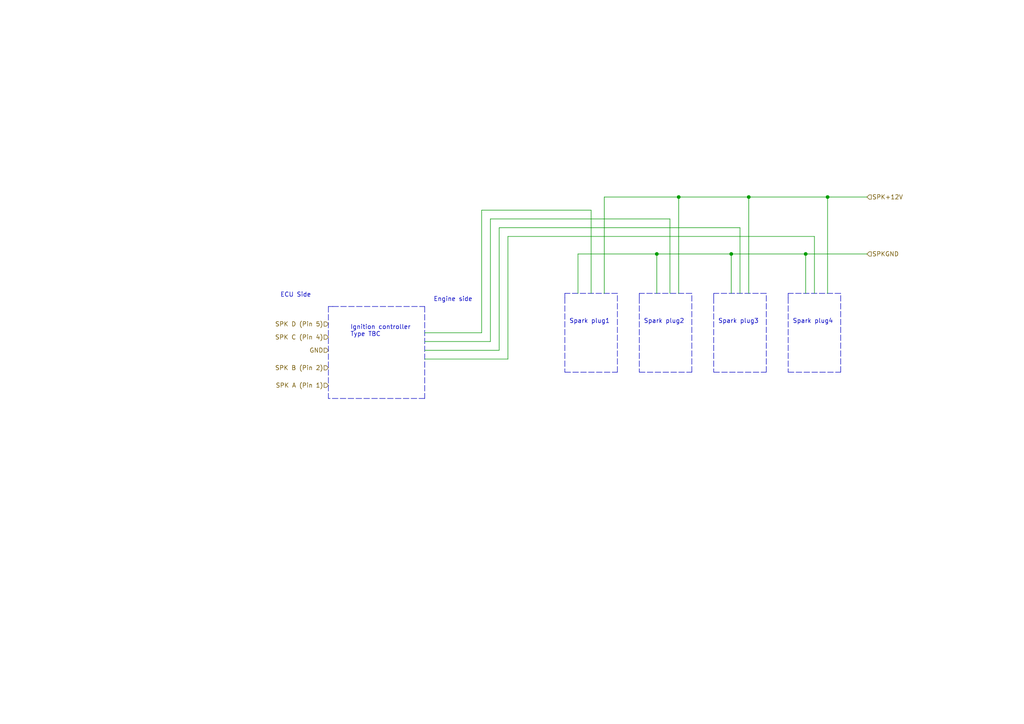
<source format=kicad_sch>
(kicad_sch (version 20211123) (generator eeschema)
  (paper "A4")
  (lib_symbols)
  (junction (at 233.68 73.66))
  (junction (at 240.03 57.15))
  (junction (at 217.17 57.15))
  (junction (at 190.5 73.66))
  (junction (at 196.85 57.15))
  (junction (at 212.09 73.66))
  (wire (pts (xy 142.24 63.5) (xy 142.24 99.06)))
  (wire (pts (xy 175.26 57.15) (xy 196.85 57.15)))
  (wire (pts (xy 196.85 85.09) (xy 196.85 57.15)))
  (wire (pts (xy 240.03 57.15) (xy 251.46 57.15)))
  (polyline (pts (xy 185.42 85.09) (xy 185.42 86.36)))
  (wire (pts (xy 167.64 85.09) (xy 167.64 73.66)))
  (wire (pts (xy 233.68 73.66) (xy 251.46 73.66)))
  (polyline (pts (xy 222.25 85.09) (xy 207.01 85.09)))
  (wire (pts (xy 123.19 101.6) (xy 144.78 101.6)))
  (polyline (pts (xy 95.25 88.9) (xy 96.52 88.9)))
  (polyline (pts (xy 163.83 85.09) (xy 163.83 86.36)))
  (polyline (pts (xy 200.66 85.09) (xy 185.42 85.09)))
  (polyline (pts (xy 163.83 107.95) (xy 179.07 107.95)))
  (wire (pts (xy 194.31 63.5) (xy 142.24 63.5)))
  (wire (pts (xy 190.5 85.09) (xy 190.5 73.66)))
  (wire (pts (xy 171.45 85.09) (xy 171.45 60.96)))
  (wire (pts (xy 212.09 73.66) (xy 190.5 73.66)))
  (polyline (pts (xy 185.42 107.95) (xy 200.66 107.95)))
  (wire (pts (xy 233.68 73.66) (xy 233.68 85.09)))
  (wire (pts (xy 147.32 68.58) (xy 147.32 104.14)))
  (polyline (pts (xy 179.07 107.95) (xy 179.07 85.09)))
  (polyline (pts (xy 228.6 86.36) (xy 228.6 107.95)))
  (wire (pts (xy 123.19 104.14) (xy 147.32 104.14)))
  (polyline (pts (xy 207.01 107.95) (xy 222.25 107.95)))
  (wire (pts (xy 167.64 73.66) (xy 190.5 73.66)))
  (wire (pts (xy 123.19 96.52) (xy 139.7 96.52)))
  (polyline (pts (xy 123.19 115.57) (xy 95.25 115.57)))
  (wire (pts (xy 144.78 66.04) (xy 144.78 101.6)))
  (wire (pts (xy 233.68 73.66) (xy 212.09 73.66)))
  (wire (pts (xy 171.45 60.96) (xy 139.7 60.96)))
  (wire (pts (xy 214.63 66.04) (xy 144.78 66.04)))
  (polyline (pts (xy 95.25 88.9) (xy 95.25 115.57)))
  (polyline (pts (xy 96.52 88.9) (xy 123.19 88.9)))
  (wire (pts (xy 240.03 57.15) (xy 240.03 85.09)))
  (polyline (pts (xy 179.07 85.09) (xy 163.83 85.09)))
  (polyline (pts (xy 207.01 86.36) (xy 207.01 107.95)))
  (polyline (pts (xy 123.19 88.9) (xy 123.19 115.57)))
  (wire (pts (xy 175.26 57.15) (xy 175.26 85.09)))
  (polyline (pts (xy 222.25 107.95) (xy 222.25 85.09)))
  (wire (pts (xy 236.22 68.58) (xy 147.32 68.58)))
  (wire (pts (xy 217.17 57.15) (xy 240.03 57.15)))
  (polyline (pts (xy 228.6 85.09) (xy 228.6 86.36)))
  (wire (pts (xy 217.17 85.09) (xy 217.17 57.15)))
  (polyline (pts (xy 163.83 86.36) (xy 163.83 107.95)))
  (wire (pts (xy 236.22 85.09) (xy 236.22 68.58)))
  (wire (pts (xy 194.31 85.09) (xy 194.31 63.5)))
  (wire (pts (xy 196.85 57.15) (xy 217.17 57.15)))
  (wire (pts (xy 212.09 73.66) (xy 212.09 85.09)))
  (wire (pts (xy 214.63 85.09) (xy 214.63 66.04)))
  (polyline (pts (xy 243.84 85.09) (xy 228.6 85.09)))
  (polyline (pts (xy 185.42 86.36) (xy 185.42 107.95)))
  (polyline (pts (xy 243.84 107.95) (xy 243.84 85.09)))
  (wire (pts (xy 139.7 60.96) (xy 139.7 96.52)))
  (polyline (pts (xy 207.01 85.09) (xy 207.01 86.36)))
  (polyline (pts (xy 200.66 107.95) (xy 200.66 85.09)))
  (polyline (pts (xy 228.6 107.95) (xy 243.84 107.95)))
  (wire (pts (xy 123.19 99.06) (xy 142.24 99.06)))
  (text "Ignition controller\nType TBC" (at 101.6 97.79 0) (effects (font (size 1.27 1.27)) (justify left bottom)))
  (text "Engine side" (at 125.73 87.63 0) (effects (font (size 1.27 1.27)) (justify left bottom)))
  (text "Spark plug2\n" (at 186.69 93.98 0) (effects (font (size 1.27 1.27)) (justify left bottom)))
  (text "ECU Side" (at 81.28 86.36 0) (effects (font (size 1.27 1.27)) (justify left bottom)))
  (text "Spark plug3" (at 208.28 93.98 0) (effects (font (size 1.27 1.27)) (justify left bottom)))
  (text "Spark plug1" (at 165.1 93.98 0) (effects (font (size 1.27 1.27)) (justify left bottom)))
  (text "Spark plug4\n" (at 229.87 93.98 0) (effects (font (size 1.27 1.27)) (justify left bottom)))
  (hierarchical_label "SPK A (Pin 1)" (shape input) (at 95.25 111.76 180))
  (hierarchical_label "GND" (shape input) (at 95.25 101.6 180))
  (hierarchical_label "SPKGND" (shape input) (at 251.46 73.66 0))
  (hierarchical_label "SPK C (Pin 4)" (shape input) (at 95.25 97.79 180))
  (hierarchical_label "SPK D (Pin 5)" (shape input) (at 95.25 93.98 180))
  (hierarchical_label "SPK+12V" (shape input) (at 251.46 57.15 0))
  (hierarchical_label "SPK B (Pin 2)" (shape input) (at 95.25 106.68 180))
)
</source>
